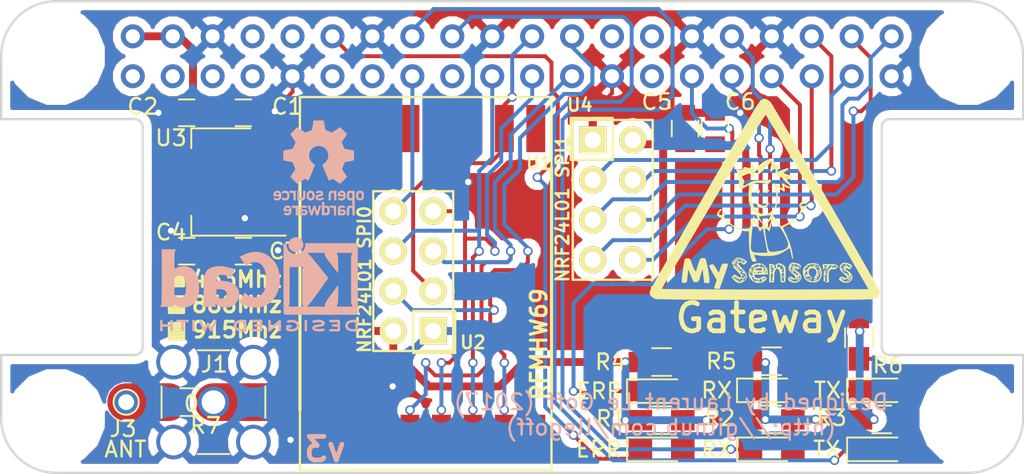
<source format=kicad_pcb>
(kicad_pcb (version 4) (host pcbnew 4.0.7)
  (layers (0 F.Cu signal) (31 B.Cu signal) (34 B.Paste user) (35 F.Paste user) (36 B.SilkS user) (37 F.SilkS user) (38 B.Mask user) (39 F.Mask user) (44 Edge.Cuts user))
  (net 0 "")
  (net 1 /L_ERR)
  (net 2 "Net-(D1-Pad2)")
  (net 3 /L_RX)
  (net 4 "Net-(D2-Pad2)")
  (net 5 /L_TX)
  (net 6 "Net-(D3-Pad2)")
  (net 7 GND)
  (net 8 /ANT)
  (net 9 "Net-(J2-Pad1)")
  (net 10 "Net-(J2-Pad3)")
  (net 11 "Net-(J2-Pad5)")
  (net 12 "Net-(J2-Pad7)")
  (net 13 "Net-(J2-Pad8)")
  (net 14 "Net-(J2-Pad10)")
  (net 15 "Net-(J2-Pad11)")
  (net 16 "Net-(J2-Pad13)")
  (net 17 /IRQ)
  (net 18 +3V3)
  (net 19 /MOSI)
  (net 20 /MISO)
  (net 21 /CE)
  (net 22 /SCLK)
  (net 23 /CS0)
  (net 24 "Net-(J2-Pad26)")
  (net 25 "Net-(J2-Pad27)")
  (net 26 "Net-(J2-Pad28)")
  (net 27 "Net-(U1-Pad1)")
  (net 28 "Net-(U1-Pad3)")
  (net 29 "Net-(U1-Pad4)")
  (net 30 "Net-(U1-Pad5)")
  (net 31 "Net-(U1-Pad6)")
  (net 32 "Net-(U1-Pad7)")
  (net 33 "Net-(U1-Pad16)")
  (net 34 "Net-(J3-Pad1)")
  (net 35 +5V)
  (net 36 "Net-(J2-Pad17)")
  (net 37 /IRQ_1)
  (net 38 /MISO_1)
  (net 39 /CS0_1)
  (net 40 /CE_1)
  (net 41 /MOSI_1)
  (net 42 /SCLK_1)
  (net 43 /L_ERR_1)
  (net 44 "Net-(D4-Pad2)")
  (net 45 /L_RX_1)
  (net 46 "Net-(D5-Pad2)")
  (net 47 /L_TX_1)
  (net 48 "Net-(D6-Pad2)")
  (module Symbols:KiCad-Logo2_6mm_SilkScreen (layer B.Cu) (at 132.4 119.5 180)
    (fp_text reference REF*** hide)
    (fp_text value KiCad-Logo2_6mm_SilkScreen hide)
  )
  (module _LaurentPerso:RaspberryPiZeroHAT (layer F.Cu) (at 148.5011 105.0036)
    (fp_text reference J2 hide)
    (fp_text value CONN_02X20)
    (pad 1 thru_hole circle (at -24.13 1.27) (size 1.524 1.524) (drill 0.9) (layers *.Cu *.Mask) (net 9 "Net-(J2-Pad1)"))
    (pad 2 thru_hole circle (at -24.13 -1.27) (size 1.524 1.524) (drill 0.9) (layers *.Cu *.Mask) (net 35 +5V))
    (pad 3 thru_hole circle (at -21.59 1.27) (size 1.524 1.524) (drill 0.9) (layers *.Cu *.Mask) (net 10 "Net-(J2-Pad3)"))
    (pad 4 thru_hole circle (at -21.59 -1.27) (size 1.524 1.524) (drill 0.9) (layers *.Cu *.Mask) (net 35 +5V))
    (pad 5 thru_hole circle (at -19.05 1.27) (size 1.524 1.524) (drill 0.9) (layers *.Cu *.Mask) (net 11 "Net-(J2-Pad5)"))
    (pad 6 thru_hole circle (at -19.05 -1.27) (size 1.524 1.524) (drill 0.9) (layers *.Cu *.Mask) (net 7 GND))
    (pad 7 thru_hole circle (at -16.51 1.27) (size 1.524 1.524) (drill 0.9) (layers *.Cu *.Mask) (net 12 "Net-(J2-Pad7)"))
    (pad 8 thru_hole circle (at -16.51 -1.27) (size 1.524 1.524) (drill 0.9) (layers *.Cu *.Mask) (net 13 "Net-(J2-Pad8)"))
    (pad 9 thru_hole circle (at -13.97 1.27) (size 1.524 1.524) (drill 0.9) (layers *.Cu *.Mask) (net 7 GND))
    (pad 10 thru_hole circle (at -13.97 -1.27) (size 1.524 1.524) (drill 0.9) (layers *.Cu *.Mask) (net 14 "Net-(J2-Pad10)"))
    (pad 11 thru_hole circle (at -11.43 1.27) (size 1.524 1.524) (drill 0.9) (layers *.Cu *.Mask) (net 15 "Net-(J2-Pad11)"))
    (pad 12 thru_hole circle (at -11.43 -1.27) (size 1.524 1.524) (drill 0.9) (layers *.Cu *.Mask) (net 1 /L_ERR))
    (pad 13 thru_hole circle (at -8.89 1.27) (size 1.524 1.524) (drill 0.9) (layers *.Cu *.Mask) (net 16 "Net-(J2-Pad13)"))
    (pad 14 thru_hole circle (at -8.89 -1.27) (size 1.524 1.524) (drill 0.9) (layers *.Cu *.Mask) (net 7 GND))
    (pad 15 thru_hole circle (at -6.35 1.27) (size 1.524 1.524) (drill 0.9) (layers *.Cu *.Mask) (net 17 /IRQ))
    (pad 16 thru_hole circle (at -6.35 -1.27) (size 1.524 1.524) (drill 0.9) (layers *.Cu *.Mask) (net 3 /L_RX))
    (pad 17 thru_hole circle (at -3.81 1.27) (size 1.524 1.524) (drill 0.9) (layers *.Cu *.Mask) (net 36 "Net-(J2-Pad17)"))
    (pad 18 thru_hole circle (at -3.81 -1.27) (size 1.524 1.524) (drill 0.9) (layers *.Cu *.Mask) (net 5 /L_TX))
    (pad 19 thru_hole circle (at -1.27 1.27) (size 1.524 1.524) (drill 0.9) (layers *.Cu *.Mask) (net 19 /MOSI))
    (pad 20 thru_hole circle (at -1.27 -1.27) (size 1.524 1.524) (drill 0.9) (layers *.Cu *.Mask) (net 7 GND))
    (pad 21 thru_hole circle (at 1.27 1.27) (size 1.524 1.524) (drill 0.9) (layers *.Cu *.Mask) (net 20 /MISO))
    (pad 22 thru_hole circle (at 1.27 -1.27) (size 1.524 1.524) (drill 0.9) (layers *.Cu *.Mask) (net 21 /CE))
    (pad 23 thru_hole circle (at 3.81 1.27) (size 1.524 1.524) (drill 0.9) (layers *.Cu *.Mask) (net 22 /SCLK))
    (pad 24 thru_hole circle (at 3.81 -1.27) (size 1.524 1.524) (drill 0.9) (layers *.Cu *.Mask) (net 23 /CS0))
    (pad 25 thru_hole circle (at 6.35 1.27) (size 1.524 1.524) (drill 0.9) (layers *.Cu *.Mask) (net 7 GND))
    (pad 26 thru_hole circle (at 6.35 -1.27) (size 1.524 1.524) (drill 0.9) (layers *.Cu *.Mask) (net 24 "Net-(J2-Pad26)"))
    (pad 27 thru_hole circle (at 8.89 1.27) (size 1.524 1.524) (drill 0.9) (layers *.Cu *.Mask) (net 25 "Net-(J2-Pad27)"))
    (pad 28 thru_hole circle (at 8.89 -1.27) (size 1.524 1.524) (drill 0.9) (layers *.Cu *.Mask) (net 26 "Net-(J2-Pad28)"))
    (pad 29 thru_hole circle (at 11.43 1.27) (size 1.524 1.524) (drill 0.9) (layers *.Cu *.Mask) (net 43 /L_ERR_1))
    (pad 30 thru_hole circle (at 11.43 -1.27) (size 1.524 1.524) (drill 0.9) (layers *.Cu *.Mask) (net 7 GND))
    (pad 31 thru_hole circle (at 13.97 1.27) (size 1.524 1.524) (drill 0.9) (layers *.Cu *.Mask) (net 45 /L_RX_1))
    (pad 32 thru_hole circle (at 13.97 -1.27) (size 1.524 1.524) (drill 0.9) (layers *.Cu *.Mask) (net 47 /L_TX_1))
    (pad 33 thru_hole circle (at 16.51 1.27) (size 1.524 1.524) (drill 0.9) (layers *.Cu *.Mask) (net 37 /IRQ_1))
    (pad 34 thru_hole circle (at 16.51 -1.27) (size 1.524 1.524) (drill 0.9) (layers *.Cu *.Mask) (net 7 GND))
    (pad 35 thru_hole circle (at 19.05 1.27) (size 1.524 1.524) (drill 0.9) (layers *.Cu *.Mask) (net 38 /MISO_1))
    (pad 36 thru_hole circle (at 19.05 -1.27) (size 1.524 1.524) (drill 0.9) (layers *.Cu *.Mask) (net 39 /CS0_1))
    (pad 37 thru_hole circle (at 21.59 1.27) (size 1.524 1.524) (drill 0.9) (layers *.Cu *.Mask) (net 40 /CE_1))
    (pad 38 thru_hole circle (at 21.59 -1.27) (size 1.524 1.524) (drill 0.9) (layers *.Cu *.Mask) (net 41 /MOSI_1))
    (pad 39 thru_hole circle (at 24.13 1.27) (size 1.524 1.524) (drill 0.9) (layers *.Cu *.Mask) (net 7 GND))
    (pad 40 thru_hole circle (at 24.13 -1.27) (size 1.524 1.524) (drill 0.9) (layers *.Cu *.Mask) (net 42 /SCLK_1))
    (pad "" np_thru_hole circle (at -29 0) (size 2.75 2.75) (drill 2.75) (layers *.Cu *.Mask) (clearance 1.72))
    (pad "" np_thru_hole circle (at 29 0) (size 2.75 2.75) (drill 2.75) (layers *.Cu *.Mask) (clearance 1.72))
    (pad "" np_thru_hole circle (at 29 23) (size 2.75 2.75) (drill 2.75) (layers *.Cu *.Mask) (clearance 1.72))
    (pad "" np_thru_hole circle (at -29 23) (size 2.75 2.75) (drill 2.75) (layers *.Cu *.Mask) (clearance 1.72))
  )
  (module mysensors_radios:NRF24L01 (layer F.Cu) (at 145 124 270)
    (fp_text reference U2 (at -0.8 -1 360) (layer F.SilkS) (effects (font (size 0.8 0.8) (thickness 0.16))))
    (fp_text value "NRF24L01 SPI0" (at -4.8 5.9 270) (layer F.SilkS) (effects (font (size 0.8 0.8) (thickness 0.16))))
    (pad 7 thru_hole oval (at -9.144 1.524 270) (size 1.7272 1.7272) (drill 1.016) (layers *.Cu *.Mask F.SilkS) (net 20 /MISO))
    (pad 8 thru_hole oval (at -9.144 4.064 270) (size 1.7272 1.7272) (drill 1.016) (layers *.Cu *.Mask F.SilkS) (net 17 /IRQ))
    (pad 5 thru_hole oval (at -6.604 1.524 270) (size 1.7272 1.7272) (drill 1.016) (layers *.Cu *.Mask F.SilkS) (net 22 /SCLK))
    (pad 6 thru_hole oval (at -6.604 4.064 270) (size 1.7272 1.7272) (drill 1.016) (layers *.Cu *.Mask F.SilkS) (net 19 /MOSI))
    (pad 3 thru_hole oval (at -4.064 1.524 270) (size 1.7272 1.7272) (drill 1.016) (layers *.Cu *.Mask F.SilkS) (net 21 /CE))
    (pad 4 thru_hole oval (at -4.064 4.064 270) (size 1.7272 1.7272) (drill 1.016) (layers *.Cu *.Mask F.SilkS) (net 23 /CS0))
    (pad 1 thru_hole rect (at -1.524 1.524 270) (size 1.7272 1.7272) (drill 1.016) (layers *.Cu *.Mask F.SilkS) (net 7 GND))
    (pad 2 thru_hole oval (at -1.524 4.064 270) (size 1.7272 1.7272) (drill 1.016) (layers *.Cu *.Mask F.SilkS) (net 18 +3V3))
  )
  (module LEDs:LED_0805_HandSoldering (layer F.Cu) (at 158 130)
    (fp_text reference D1 hide)
    (fp_text value ERR (at -4 0) (layer F.SilkS))
    (pad 1 smd rect (at -1.35 0) (size 1.5 1.3) (layers F.Cu F.Paste F.Mask) (net 1 /L_ERR))
    (pad 2 smd rect (at 1.35 0) (size 1.5 1.3) (layers F.Cu F.Paste F.Mask) (net 2 "Net-(D1-Pad2)"))
  )
  (module LEDs:LED_0805_HandSoldering (layer F.Cu) (at 165 130)
    (fp_text reference D2 hide)
    (fp_text value RX (at -3.5 0) (layer F.SilkS))
    (pad 1 smd rect (at -1.35 0) (size 1.5 1.3) (layers F.Cu F.Paste F.Mask) (net 3 /L_RX))
    (pad 2 smd rect (at 1.35 0) (size 1.5 1.3) (layers F.Cu F.Paste F.Mask) (net 4 "Net-(D2-Pad2)"))
  )
  (module LEDs:LED_0805_HandSoldering (layer F.Cu) (at 172 130)
    (fp_text reference D3 hide)
    (fp_text value TX (at -3.5 0) (layer F.SilkS))
    (pad 1 smd rect (at -1.35 0) (size 1.5 1.3) (layers F.Cu F.Paste F.Mask) (net 5 /L_TX))
    (pad 2 smd rect (at 1.35 0) (size 1.5 1.3) (layers F.Cu F.Paste F.Mask) (net 6 "Net-(D3-Pad2)"))
  )
  (module Connectors:SMA_THT_Jack_Straight (layer F.Cu) (at 129.5 127)
    (fp_text reference J1 (at 0.05 -2.4) (layer F.SilkS))
    (fp_text value ANT (at -5.6 3) (layer F.SilkS))
    (pad 2 thru_hole circle (at -2.54 2.54) (size 2.2 2.2) (drill 1.7) (layers *.Cu *.Mask) (net 7 GND))
    (pad 2 thru_hole circle (at -2.54 -2.54) (size 2.2 2.2) (drill 1.7) (layers *.Cu *.Mask) (net 7 GND))
    (pad 2 thru_hole circle (at 2.54 -2.54) (size 2.2 2.2) (drill 1.7) (layers *.Cu *.Mask) (net 7 GND))
    (pad 2 thru_hole circle (at 2.54 2.54) (size 2.2 2.2) (drill 1.7) (layers *.Cu *.Mask) (net 7 GND))
    (pad 1 thru_hole circle (at 0 0) (size 2 2) (drill 1.5) (layers *.Cu *.Mask) (net 8 /ANT))
  )
  (module Resistors_SMD:R_0805_HandSoldering (layer F.Cu) (at 158 128.15)
    (fp_text reference R1 (at -3.2 -0.1) (layer F.SilkS))
    (fp_text value 470 hide)
    (pad 1 smd rect (at -1.35 0) (size 1.5 1.3) (layers F.Cu F.Paste F.Mask) (net 18 +3V3))
    (pad 2 smd rect (at 1.35 0) (size 1.5 1.3) (layers F.Cu F.Paste F.Mask) (net 2 "Net-(D1-Pad2)"))
  )
  (module Resistors_SMD:R_0805_HandSoldering (layer F.Cu) (at 165 128.1)
    (fp_text reference R2 (at -3.3 -0.1) (layer F.SilkS))
    (fp_text value 470 hide)
    (pad 1 smd rect (at -1.35 0) (size 1.5 1.3) (layers F.Cu F.Paste F.Mask) (net 18 +3V3))
    (pad 2 smd rect (at 1.35 0) (size 1.5 1.3) (layers F.Cu F.Paste F.Mask) (net 4 "Net-(D2-Pad2)"))
  )
  (module Resistors_SMD:R_0805_HandSoldering (layer F.Cu) (at 172 128.1)
    (fp_text reference R3 (at -3.2 -0.1) (layer F.SilkS))
    (fp_text value 470 hide)
    (pad 1 smd rect (at -1.35 0) (size 1.5 1.3) (layers F.Cu F.Paste F.Mask) (net 18 +3V3))
    (pad 2 smd rect (at 1.35 0) (size 1.5 1.3) (layers F.Cu F.Paste F.Mask) (net 6 "Net-(D3-Pad2)"))
  )
  (module Resistors_SMD:R_0805_HandSoldering (layer F.Cu) (at 128 127)
    (fp_text reference R7 (at 1 1.5) (layer F.SilkS))
    (fp_text value 0 (at 0.1 0.1) (layer F.SilkS))
    (pad 1 smd rect (at -1.35 0) (size 1.5 1.3) (layers F.Cu F.Paste F.Mask) (net 34 "Net-(J3-Pad1)"))
    (pad 2 smd rect (at 1.35 0) (size 1.5 1.3) (layers F.Cu F.Paste F.Mask) (net 8 /ANT))
  )
  (module Connectors:PINTST (layer F.Cu) (at 123.95 127)
    (fp_text reference J3 (at -0.2 1.7) (layer F.SilkS))
    (fp_text value CONN_01X01)
    (pad 1 thru_hole circle (at 0 0) (size 1.5 1.5) (drill 1) (layers *.Cu *.Mask) (net 34 "Net-(J3-Pad1)"))
  )
  (module mysensors_obscurities:MySensors-logo-sticker-large (layer F.Cu) (at 164.55 114.1)
    (fp_text reference G*** hide)
    (fp_text value LOGO hide)
  )
  (module Symbols:OSHW-Logo_5.7x6mm_SilkScreen (layer B.Cu) (at 136.2 112.1 180)
    (fp_text reference REF*** hide)
    (fp_text value OSHW-Logo_5.7x6mm_SilkScreen hide)
  )
  (module mysensors_radios:RFM69HW_SMD_Handsoldering (layer F.Cu) (at 150 111 270)
    (fp_text reference U1 (at 0.8 -0.2 360) (layer F.SilkS) (effects (font (size 0.8 0.8) (thickness 0.16))))
    (fp_text value RFM69HW hide)
    (pad 1 smd rect (at -1.4 0 270) (size 3 1.2) (layers F.Cu F.Paste F.Mask) (net 27 "Net-(U1-Pad1)"))
    (pad 2 smd rect (at -1.4 2 270) (size 3 1.2) (layers F.Cu F.Paste F.Mask) (net 21 /CE))
    (pad 3 smd rect (at -1.4 4 270) (size 3 1.2) (layers F.Cu F.Paste F.Mask) (net 28 "Net-(U1-Pad3)"))
    (pad 4 smd rect (at -1.4 6 270) (size 3 1.2) (layers F.Cu F.Paste F.Mask) (net 29 "Net-(U1-Pad4)"))
    (pad 5 smd rect (at -1.4 8 270) (size 3 1.2) (layers F.Cu F.Paste F.Mask) (net 30 "Net-(U1-Pad5)"))
    (pad 6 smd rect (at -1.4 10 270) (size 3 1.2) (layers F.Cu F.Paste F.Mask) (net 31 "Net-(U1-Pad6)"))
    (pad 7 smd rect (at -1.4 12 270) (size 3 1.2) (layers F.Cu F.Paste F.Mask) (net 32 "Net-(U1-Pad7)"))
    (pad 8 smd rect (at -1.4 14 270) (size 3 1.2) (layers F.Cu F.Paste F.Mask) (net 18 +3V3))
    (pad 9 smd rect (at 18.3 14 270) (size 3 1.2) (layers F.Cu F.Paste F.Mask) (net 7 GND))
    (pad 10 smd rect (at 18.3 12 270) (size 3 1.2) (layers F.Cu F.Paste F.Mask) (net 8 /ANT))
    (pad 11 smd rect (at 18.3 10 270) (size 3 1.2) (layers F.Cu F.Paste F.Mask) (net 7 GND))
    (pad 12 smd rect (at 18.3 8 270) (size 3 1.2) (layers F.Cu F.Paste F.Mask) (net 22 /SCLK))
    (pad 13 smd rect (at 18.3 6 270) (size 3 1.2) (layers F.Cu F.Paste F.Mask) (net 20 /MISO))
    (pad 14 smd rect (at 18.3 4 270) (size 3 1.2) (layers F.Cu F.Paste F.Mask) (net 19 /MOSI))
    (pad 15 smd rect (at 18.3 2 270) (size 3 1.2) (layers F.Cu F.Paste F.Mask) (net 23 /CS0))
    (pad 16 smd rect (at 18.3 0 270) (size 3 1.2) (layers F.Cu F.Paste F.Mask) (net 33 "Net-(U1-Pad16)"))
  )
  (module Capacitors_SMD:C_0805 (layer F.Cu) (at 131.4 108.6)
    (fp_text reference C1 (at 2.8 -0.4) (layer F.SilkS))
    (fp_text value 10u)
    (pad 1 smd rect (at -1 0) (size 1 1.25) (layers F.Cu F.Paste F.Mask) (net 35 +5V))
    (pad 2 smd rect (at 1 0) (size 1 1.25) (layers F.Cu F.Paste F.Mask) (net 7 GND))
  )
  (module Capacitors_SMD:C_0805 (layer F.Cu) (at 127.8 108.6 180)
    (fp_text reference C2 (at 2.8 0.4 180) (layer F.SilkS))
    (fp_text value 100n)
    (pad 1 smd rect (at -1 0 180) (size 1 1.25) (layers F.Cu F.Paste F.Mask) (net 35 +5V))
    (pad 2 smd rect (at 1 0 180) (size 1 1.25) (layers F.Cu F.Paste F.Mask) (net 7 GND))
  )
  (module Capacitors_SMD:C_0805 (layer F.Cu) (at 131.4 117.4)
    (fp_text reference C3 (at 2.6 0) (layer F.SilkS))
    (fp_text value 10u)
    (pad 1 smd rect (at -1 0) (size 1 1.25) (layers F.Cu F.Paste F.Mask) (net 18 +3V3))
    (pad 2 smd rect (at 1 0) (size 1 1.25) (layers F.Cu F.Paste F.Mask) (net 7 GND))
  )
  (module Capacitors_SMD:C_0805 (layer F.Cu) (at 127.8 117.4 180)
    (fp_text reference C4 (at 1 1.2 180) (layer F.SilkS))
    (fp_text value 100n)
    (pad 1 smd rect (at -1 0 180) (size 1 1.25) (layers F.Cu F.Paste F.Mask) (net 18 +3V3))
    (pad 2 smd rect (at 1 0 180) (size 1 1.25) (layers F.Cu F.Paste F.Mask) (net 7 GND))
  )
  (module TO_SOT_Packages_SMD:SOT-223 (layer F.Cu) (at 130 113 180)
    (fp_text reference U3 (at 3.2 2.8 180) (layer F.SilkS))
    (fp_text value AP1117)
    (pad 4 smd rect (at 3.15 0 180) (size 2 3.8) (layers F.Cu F.Paste F.Mask) (net 18 +3V3))
    (pad 2 smd rect (at -3.15 0 180) (size 2 1.5) (layers F.Cu F.Paste F.Mask) (net 18 +3V3))
    (pad 3 smd rect (at -3.15 2.3 180) (size 2 1.5) (layers F.Cu F.Paste F.Mask) (net 35 +5V))
    (pad 1 smd rect (at -3.15 -2.3 180) (size 2 1.5) (layers F.Cu F.Paste F.Mask) (net 7 GND))
  )
  (module Capacitors_SMD:C_0805 (layer F.Cu) (at 159.5 109.6 90)
    (fp_text reference C5 (at 1.7 -1.8 180) (layer F.SilkS))
    (fp_text value 10u)
    (pad 1 smd rect (at -1 0 90) (size 1 1.25) (layers F.Cu F.Paste F.Mask) (net 18 +3V3))
    (pad 2 smd rect (at 1 0 90) (size 1 1.25) (layers F.Cu F.Paste F.Mask) (net 7 GND))
  )
  (module Capacitors_SMD:C_0805 (layer F.Cu) (at 161.4 109.6 90)
    (fp_text reference C6 (at 1.7 1.6 180) (layer F.SilkS))
    (fp_text value 100n)
    (pad 1 smd rect (at -1 0 90) (size 1 1.25) (layers F.Cu F.Paste F.Mask) (net 18 +3V3))
    (pad 2 smd rect (at 1 0 90) (size 1 1.25) (layers F.Cu F.Paste F.Mask) (net 7 GND))
  )
  (module mysensors_radios:NRF24L01 (layer F.Cu) (at 152.1 108.8 90)
    (fp_text reference U4 (at 0.7 0.7 180) (layer F.SilkS) (effects (font (size 0.8 0.8) (thickness 0.16))))
    (fp_text value "NRF24L01 SPI1" (at -5.9 -0.4 90) (layer F.SilkS) (effects (font (size 0.8 0.8) (thickness 0.16))))
    (pad 7 thru_hole oval (at -9.144 1.524 90) (size 1.7272 1.7272) (drill 1.016) (layers *.Cu *.Mask F.SilkS) (net 38 /MISO_1))
    (pad 8 thru_hole oval (at -9.144 4.064 90) (size 1.7272 1.7272) (drill 1.016) (layers *.Cu *.Mask F.SilkS) (net 37 /IRQ_1))
    (pad 5 thru_hole oval (at -6.604 1.524 90) (size 1.7272 1.7272) (drill 1.016) (layers *.Cu *.Mask F.SilkS) (net 42 /SCLK_1))
    (pad 6 thru_hole oval (at -6.604 4.064 90) (size 1.7272 1.7272) (drill 1.016) (layers *.Cu *.Mask F.SilkS) (net 41 /MOSI_1))
    (pad 3 thru_hole oval (at -4.064 1.524 90) (size 1.7272 1.7272) (drill 1.016) (layers *.Cu *.Mask F.SilkS) (net 40 /CE_1))
    (pad 4 thru_hole oval (at -4.064 4.064 90) (size 1.7272 1.7272) (drill 1.016) (layers *.Cu *.Mask F.SilkS) (net 39 /CS0_1))
    (pad 1 thru_hole rect (at -1.524 1.524 90) (size 1.7272 1.7272) (drill 1.016) (layers *.Cu *.Mask F.SilkS) (net 7 GND))
    (pad 2 thru_hole oval (at -1.524 4.064 90) (size 1.7272 1.7272) (drill 1.016) (layers *.Cu *.Mask F.SilkS) (net 18 +3V3))
  )
  (module LEDs:LED_0805_HandSoldering (layer F.Cu) (at 158 126.3)
    (fp_text reference D4 hide)
    (fp_text value ERR (at -3.95 0) (layer F.SilkS))
    (pad 1 smd rect (at -1.35 0) (size 1.5 1.3) (layers F.Cu F.Paste F.Mask) (net 43 /L_ERR_1))
    (pad 2 smd rect (at 1.35 0) (size 1.5 1.3) (layers F.Cu F.Paste F.Mask) (net 44 "Net-(D4-Pad2)"))
  )
  (module LEDs:LED_0805_HandSoldering (layer F.Cu) (at 165 126.25)
    (fp_text reference D5 hide)
    (fp_text value RX (at -3.5 0) (layer F.SilkS))
    (pad 1 smd rect (at -1.35 0) (size 1.5 1.3) (layers F.Cu F.Paste F.Mask) (net 45 /L_RX_1))
    (pad 2 smd rect (at 1.35 0) (size 1.5 1.3) (layers F.Cu F.Paste F.Mask) (net 46 "Net-(D5-Pad2)"))
  )
  (module LEDs:LED_0805_HandSoldering (layer F.Cu) (at 172 126.25)
    (fp_text reference D6 hide)
    (fp_text value TX (at -3.45 0) (layer F.SilkS))
    (pad 1 smd rect (at -1.35 0) (size 1.5 1.3) (layers F.Cu F.Paste F.Mask) (net 47 /L_TX_1))
    (pad 2 smd rect (at 1.35 0) (size 1.5 1.3) (layers F.Cu F.Paste F.Mask) (net 48 "Net-(D6-Pad2)"))
  )
  (module Resistors_SMD:R_0805_HandSoldering (layer F.Cu) (at 158 124.45)
    (fp_text reference R4 (at -3.25 0) (layer F.SilkS))
    (fp_text value 470 hide)
    (pad 1 smd rect (at -1.35 0) (size 1.5 1.3) (layers F.Cu F.Paste F.Mask) (net 18 +3V3))
    (pad 2 smd rect (at 1.35 0) (size 1.5 1.3) (layers F.Cu F.Paste F.Mask) (net 44 "Net-(D4-Pad2)"))
  )
  (module Resistors_SMD:R_0805_HandSoldering (layer F.Cu) (at 165 124.4)
    (fp_text reference R5 (at -3.2 0) (layer F.SilkS))
    (fp_text value 470 hide)
    (pad 1 smd rect (at -1.35 0) (size 1.5 1.3) (layers F.Cu F.Paste F.Mask) (net 18 +3V3))
    (pad 2 smd rect (at 1.35 0) (size 1.5 1.3) (layers F.Cu F.Paste F.Mask) (net 46 "Net-(D5-Pad2)"))
  )
  (module Resistors_SMD:R_0805_HandSoldering (layer F.Cu) (at 170.55 122.9 270)
    (fp_text reference R6 (at 1.75 -1.85 360) (layer F.SilkS))
    (fp_text value 470 hide)
    (pad 1 smd rect (at -1.35 0 270) (size 1.5 1.3) (layers F.Cu F.Paste F.Mask) (net 18 +3V3))
    (pad 2 smd rect (at 1.35 0 270) (size 1.5 1.3) (layers F.Cu F.Paste F.Mask) (net 48 "Net-(D6-Pad2)"))
  )
  (gr_line (start 181 124) (end 181 128) (angle 90) (layer Edge.Cuts) (width 0.15))
  (gr_line (start 181 105) (end 181 109) (angle 90) (layer Edge.Cuts) (width 0.15))
  (gr_arc (start 172.5 109.5) (end 172 109.5) (angle 90) (layer Edge.Cuts) (width 0.15))
  (gr_arc (start 172.5 123.5) (end 172.5 124) (angle 90) (layer Edge.Cuts) (width 0.15))
  (gr_line (start 172 109.5) (end 172 123.5) (angle 90) (layer Edge.Cuts) (width 0.15))
  (gr_line (start 181 124) (end 172.5 124) (angle 90) (layer Edge.Cuts) (width 0.15))
  (gr_line (start 181 109) (end 172.5 109) (angle 90) (layer Edge.Cuts) (width 0.15))
  (gr_text v3 (at 136.6 130) (layer B.SilkS) (effects (font (size 1.5 1.5) (thickness 0.3)) (justify mirror)))
  (gr_line (start 126.7 122.8) (end 127.6 122.8) (angle 90) (layer F.SilkS) (width 0.2))
  (gr_line (start 126.7 122.6) (end 127.6 122.6) (angle 90) (layer F.SilkS) (width 0.2))
  (gr_line (start 126.7 122.4) (end 127.6 122.4) (angle 90) (layer F.SilkS) (width 0.2))
  (gr_line (start 126.7 122.2) (end 127.6 122.2) (angle 90) (layer F.SilkS) (width 0.2))
  (gr_line (start 126.8 121.1) (end 127.6 121.1) (angle 90) (layer F.SilkS) (width 0.2))
  (gr_line (start 126.7 120.9) (end 127.6 120.9) (angle 90) (layer F.SilkS) (width 0.2))
  (gr_line (start 126.7 120.7) (end 127.6 120.7) (angle 90) (layer F.SilkS) (width 0.2))
  (gr_line (start 126.7 120.5) (end 127.6 120.5) (angle 90) (layer F.SilkS) (width 0.2))
  (gr_line (start 126.8 119.4) (end 127.6 119.4) (angle 90) (layer F.SilkS) (width 0.2))
  (gr_line (start 126.7 119.2) (end 127.6 119.2) (angle 90) (layer F.SilkS) (width 0.2))
  (gr_line (start 126.7 119) (end 127.6 119) (angle 90) (layer F.SilkS) (width 0.2))
  (gr_line (start 126.7 118.8) (end 127.6 118.8) (angle 90) (layer F.SilkS) (width 0.2))
  (gr_line (start 126.7 119.6) (end 127.6 119.6) (angle 90) (layer F.SilkS) (width 0.2))
  (gr_line (start 126.7 118.6) (end 126.7 119.6) (angle 90) (layer F.SilkS) (width 0.2))
  (gr_line (start 127.6 118.6) (end 126.7 118.6) (angle 90) (layer F.SilkS) (width 0.2))
  (gr_line (start 127.6 119.6) (end 127.6 118.6) (angle 90) (layer F.SilkS) (width 0.2))
  (gr_line (start 126.7 121.3) (end 127.6 121.3) (angle 90) (layer F.SilkS) (width 0.2))
  (gr_line (start 126.7 120.3) (end 126.7 121.3) (angle 90) (layer F.SilkS) (width 0.2))
  (gr_line (start 127.6 120.3) (end 126.7 120.3) (angle 90) (layer F.SilkS) (width 0.2))
  (gr_line (start 127.6 121.3) (end 127.6 120.3) (angle 90) (layer F.SilkS) (width 0.2))
  (gr_line (start 126.7 123) (end 127.6 123) (angle 90) (layer F.SilkS) (width 0.2))
  (gr_line (start 126.7 122) (end 126.7 123) (angle 90) (layer F.SilkS) (width 0.2))
  (gr_line (start 127.6 122) (end 126.7 122) (angle 90) (layer F.SilkS) (width 0.2))
  (gr_line (start 127.6 123) (end 127.6 122) (angle 90) (layer F.SilkS) (width 0.2))
  (gr_text "433Mhz\n868Mhz\n915Mhz" (at 128 120.8) (layer F.SilkS) (effects (font (size 1 1) (thickness 0.2)) (justify left)))
  (gr_text "Designed by Laurent Le Goff (2017)\n(http://github.com/llegoff)" (at 158.6 127.8) (layer B.SilkS) (effects (font (size 1 1)) (justify mirror)))
  (gr_line (start 135 111.5) (end 135 127.5) (angle 90) (layer F.SilkS) (width 0.2))
  (gr_line (start 151 112.1) (end 151 127.4) (angle 90) (layer F.SilkS) (width 0.2))
  (gr_text "RFMHW69\n" (at 150.2 127 90) (layer F.SilkS) (effects (font (size 1 1) (thickness 0.2)) (justify left)))
  (gr_text Gateway (at 164.35 121.65) (layer F.SilkS) (effects (font (size 1.8 1.8) (thickness 0.3))))
  (gr_arc (start 124.5 123.5) (end 125 123.5) (angle 90) (layer Edge.Cuts) (width 0.15))
  (gr_arc (start 124.5 109.5) (end 124.5 109) (angle 90) (layer Edge.Cuts) (width 0.15))
  (gr_line (start 124.5 109) (end 116 109) (angle 90) (layer Edge.Cuts) (width 0.15))
  (gr_line (start 125 123.5) (end 125 109.5) (angle 90) (layer Edge.Cuts) (width 0.15))
  (gr_line (start 116 124) (end 124.5 124) (angle 90) (layer Edge.Cuts) (width 0.15))
  (gr_arc (start 119.5 105) (end 116 105) (angle 90) (layer Edge.Cuts) (width 0.15))
  (gr_arc (start 119.5 128) (end 119.5 131.5) (angle 90) (layer Edge.Cuts) (width 0.15))
  (gr_arc (start 177.5 128) (end 181 128) (angle 90) (layer Edge.Cuts) (width 0.15))
  (gr_arc (start 177.5 105) (end 177.5 101.5) (angle 90) (layer Edge.Cuts) (width 0.15))
  (gr_line (start 177.5 131.5) (end 119.5 131.5) (angle 90) (layer Edge.Cuts) (width 0.15))
  (gr_line (start 119.5 101.5) (end 177.5 101.5) (angle 90) (layer Edge.Cuts) (width 0.15))
  (gr_line (start 116 124) (end 116 128) (angle 90) (layer Edge.Cuts) (width 0.15))
  (gr_line (start 116 105) (end 116 109) (angle 90) (layer Edge.Cuts) (width 0.15))
  (segment (start 150.6 125) (end 150.6 127.3) (width 0.25) (layer B.Cu) (net 1))
  (segment (start 153.9 130.6) (end 156.05 130.6) (width 0.25) (layer F.Cu) (net 1))
  (segment (start 152.4 129.1) (end 153.9 130.6) (width 0.25) (layer F.Cu) (net 1))
  (via (at 152.4 129.1) (size 0.6) (drill 0.4) (layers F.Cu B.Cu) (net 1))
  (segment (start 150.6 127.3) (end 152.4 129.1) (width 0.25) (layer B.Cu) (net 1))
  (segment (start 156.05 130.6) (end 156.65 130) (width 0.25) (layer F.Cu) (net 1))
  (segment (start 151.4 108.2) (end 151.4 111.4) (width 0.25) (layer F.Cu) (net 1))
  (segment (start 150.6 113.2) (end 150.6 113.4) (width 0.25) (layer B.Cu) (net 1))
  (segment (start 150.1 112.7) (end 150.6 113.2) (width 0.25) (layer B.Cu) (net 1))
  (via (at 150.1 112.7) (size 0.6) (drill 0.4) (layers F.Cu B.Cu) (net 1))
  (segment (start 151.4 111.4) (end 150.1 112.7) (width 0.25) (layer F.Cu) (net 1))
  (segment (start 150.6 105) (end 151 105.4) (width 0.25) (layer F.Cu) (net 1))
  (segment (start 151.4 107.6) (end 151.4 108.2) (width 0.25) (layer F.Cu) (net 1))
  (segment (start 151 107.2) (end 151.4 107.6) (width 0.25) (layer F.Cu) (net 1))
  (segment (start 151 105.4) (end 151 107.2) (width 0.25) (layer F.Cu) (net 1))
  (segment (start 150.6 113.4) (end 150.6 125) (width 0.25) (layer B.Cu) (net 1))
  (segment (start 137.0711 103.7711) (end 138.3 105) (width 0.25) (layer F.Cu) (net 1))
  (segment (start 138.3 105) (end 150.6 105) (width 0.25) (layer F.Cu) (net 1))
  (segment (start 137.0711 103.7336) (end 137.0711 103.7711) (width 0.25) (layer F.Cu) (net 1))
  (segment (start 159.35 128.15) (end 159.35 130) (width 0.25) (layer F.Cu) (net 2))
  (segment (start 152.7 108.4) (end 152.350002 108.4) (width 0.25) (layer B.Cu) (net 3))
  (segment (start 162.4 130) (end 163.65 130) (width 0.25) (layer F.Cu) (net 3))
  (via (at 162.4 130) (size 0.6) (drill 0.4) (layers F.Cu B.Cu) (net 3))
  (segment (start 154.9 130) (end 162.4 130) (width 0.25) (layer B.Cu) (net 3))
  (segment (start 151.7 126.8) (end 154.9 130) (width 0.25) (layer B.Cu) (net 3))
  (segment (start 151.7 109.050002) (end 151.7 126.8) (width 0.25) (layer B.Cu) (net 3))
  (segment (start 152.350002 108.4) (end 151.7 109.050002) (width 0.25) (layer B.Cu) (net 3))
  (segment (start 157.8 108.4) (end 158.7 107.5) (width 0.25) (layer B.Cu) (net 3))
  (segment (start 152.7 108.4) (end 157.8 108.4) (width 0.25) (layer B.Cu) (net 3))
  (segment (start 158.7 106.4) (end 158.7 107.5) (width 0.25) (layer B.Cu) (net 3))
  (segment (start 158.7 106.3) (end 158.7 106.4) (width 0.25) (layer B.Cu) (net 3))
  (segment (start 158.7 106.3) (end 158.7 105) (width 0.25) (layer B.Cu) (net 3))
  (segment (start 142.1511 103.3489) (end 143.5 102) (width 0.25) (layer B.Cu) (net 3))
  (segment (start 158.7 102.9) (end 158.7 105) (width 0.25) (layer B.Cu) (net 3))
  (segment (start 157.8 102) (end 158.7 102.9) (width 0.25) (layer B.Cu) (net 3))
  (segment (start 143.5 102) (end 157.8 102) (width 0.25) (layer B.Cu) (net 3))
  (segment (start 142.1511 103.7336) (end 142.1511 103.3489) (width 0.25) (layer B.Cu) (net 3))
  (segment (start 166.35 128.1) (end 166.35 130) (width 0.25) (layer F.Cu) (net 4))
  (segment (start 151.2 124.4) (end 151.2 127) (width 0.25) (layer B.Cu) (net 5))
  (segment (start 169.7 130) (end 170.65 130) (width 0.25) (layer F.Cu) (net 5))
  (segment (start 169 130.7) (end 169.7 130) (width 0.25) (layer F.Cu) (net 5))
  (via (at 169 130.7) (size 0.6) (drill 0.4) (layers F.Cu B.Cu) (net 5))
  (segment (start 154.9 130.7) (end 169 130.7) (width 0.25) (layer B.Cu) (net 5))
  (segment (start 151.2 127) (end 154.9 130.7) (width 0.25) (layer B.Cu) (net 5))
  (segment (start 156.1 105.9) (end 156.1 107.2) (width 0.25) (layer B.Cu) (net 5))
  (segment (start 155.4 107.9) (end 152.5 107.9) (width 0.25) (layer B.Cu) (net 5))
  (segment (start 156.1 107.2) (end 155.4 107.9) (width 0.25) (layer B.Cu) (net 5))
  (segment (start 151.2 110.6) (end 151.2 108.8) (width 0.25) (layer B.Cu) (net 5))
  (segment (start 151.2 111.4) (end 151.2 124.4) (width 0.25) (layer B.Cu) (net 5))
  (segment (start 151.2 110.6) (end 151.2 111.4) (width 0.25) (layer B.Cu) (net 5))
  (segment (start 151.2 108.8) (end 152.1 107.9) (width 0.25) (layer B.Cu) (net 5))
  (segment (start 152.1 107.9) (end 152.5 107.9) (width 0.25) (layer B.Cu) (net 5))
  (segment (start 144.6911 103.7089) (end 145.9 102.5) (width 0.25) (layer B.Cu) (net 5))
  (segment (start 156.1 103) (end 156.1 105.9) (width 0.25) (layer B.Cu) (net 5))
  (segment (start 155.6 102.5) (end 156.1 103) (width 0.25) (layer B.Cu) (net 5))
  (segment (start 145.9 102.5) (end 155.6 102.5) (width 0.25) (layer B.Cu) (net 5))
  (segment (start 144.6911 103.7336) (end 144.6911 103.7089) (width 0.25) (layer B.Cu) (net 5))
  (segment (start 173.35 128.1) (end 173.35 130) (width 0.25) (layer F.Cu) (net 6))
  (segment (start 161.4 108.6) (end 163 108.6) (width 0.25) (layer F.Cu) (net 7))
  (via (at 163 108.6) (size 0.6) (drill 0.4) (layers F.Cu B.Cu) (net 7))
  (segment (start 159.9311 103.7336) (end 159.8664 103.7336) (width 0.25) (layer F.Cu) (net 7))
  (segment (start 159.8664 103.7336) (end 158.7 104.9) (width 0.25) (layer F.Cu) (net 7))
  (segment (start 158.7 104.9) (end 158.7 108.6) (width 0.25) (layer F.Cu) (net 7))
  (segment (start 159.5 108.6) (end 158.7 108.6) (width 0.25) (layer F.Cu) (net 7))
  (segment (start 158.7 108.6) (end 153.624 108.6) (width 0.25) (layer F.Cu) (net 7))
  (segment (start 153.624 108.6) (end 153.7 108.676) (width 0.25) (layer F.Cu) (net 7))
  (segment (start 153.7 108.676) (end 153.7 108.8) (width 0.25) (layer F.Cu) (net 7))
  (segment (start 153.7 108.8) (end 153.624 108.8) (width 0.25) (layer F.Cu) (net 7))
  (segment (start 161.4 108.6) (end 159.5 108.6) (width 0.5) (layer F.Cu) (net 7))
  (segment (start 154.8511 106.2736) (end 154.8511 107.3489) (width 0.25) (layer F.Cu) (net 7))
  (segment (start 154.8511 107.3489) (end 153.624 108.576) (width 0.25) (layer F.Cu) (net 7))
  (segment (start 153.624 108.576) (end 153.624 108.8) (width 0.25) (layer F.Cu) (net 7))
  (segment (start 153.624 108.8) (end 153.624 110.324) (width 0.5) (layer F.Cu) (net 7))
  (segment (start 153.624 110.324) (end 153.624 109.576) (width 0.25) (layer B.Cu) (net 7))
  (segment (start 132.4 117.4) (end 133.552 117.4) (width 0.5) (layer F.Cu) (net 7))
  (via (at 133.604 117.348) (size 0.6) (drill 0.4) (layers F.Cu B.Cu) (net 7))
  (segment (start 133.552 117.4) (end 133.604 117.348) (width 0.25) (layer F.Cu) (net 7))
  (segment (start 143.476 122.476) (end 143.424 122.476) (width 0.25) (layer B.Cu) (net 7))
  (segment (start 143.424 122.476) (end 140.9 125) (width 0.5) (layer B.Cu) (net 7))
  (segment (start 140.95 126.05) (end 140.95 126.95) (width 0.5) (layer F.Cu) (net 7))
  (segment (start 140.9 126) (end 140.95 126.05) (width 0.5) (layer F.Cu) (net 7))
  (via (at 140.9 126) (size 0.6) (drill 0.4) (layers F.Cu B.Cu) (net 7))
  (segment (start 140.9 125) (end 140.9 126) (width 0.5) (layer B.Cu) (net 7))
  (segment (start 126.8 108.6) (end 126 108.6) (width 0.25) (layer F.Cu) (net 7))
  (via (at 126 108.6) (size 0.6) (drill 0.4) (layers F.Cu B.Cu) (net 7))
  (segment (start 132.5 108.5) (end 133.4 108.5) (width 0.25) (layer B.Cu) (net 7))
  (via (at 133.4 108.5) (size 0.6) (drill 0.4) (layers F.Cu B.Cu) (net 7))
  (segment (start 133.4 108.5) (end 133.35 108.45) (width 0.25) (layer F.Cu) (net 7))
  (segment (start 133.35 108.45) (end 133.4 108.5) (width 0.25) (layer F.Cu) (net 7))
  (segment (start 133.4 108.5) (end 133.4 108.4) (width 0.25) (layer F.Cu) (net 7))
  (segment (start 133.15 115.3) (end 131.5 115.3) (width 0.5) (layer F.Cu) (net 7))
  (via (at 131.5 115.3) (size 0.6) (drill 0.4) (layers F.Cu B.Cu) (net 7))
  (segment (start 126.8 117.4) (end 126.8 116.1) (width 0.25) (layer F.Cu) (net 7))
  (via (at 126.8 116.1) (size 0.6) (drill 0.4) (layers F.Cu B.Cu) (net 7))
  (segment (start 136 129.3) (end 134.5 129.3) (width 0.25) (layer F.Cu) (net 7))
  (via (at 134.4 129.4) (size 0.6) (drill 0.4) (layers F.Cu B.Cu) (net 7))
  (segment (start 134.5 129.3) (end 134.4 129.4) (width 0.25) (layer F.Cu) (net 7))
  (segment (start 132.4 108.6) (end 133.2 108.6) (width 0.25) (layer F.Cu) (net 7))
  (segment (start 134.5311 107.2689) (end 134.5311 106.2736) (width 0.25) (layer F.Cu) (net 7))
  (segment (start 133.2 108.6) (end 133.4 108.4) (width 0.25) (layer F.Cu) (net 7))
  (segment (start 133.4 108.4) (end 134.5311 107.2689) (width 0.25) (layer F.Cu) (net 7))
  (segment (start 147.2311 103.7336) (end 147.2311 103.8689) (width 0.25) (layer B.Cu) (net 7))
  (segment (start 147.2311 103.8689) (end 146 105.1) (width 0.25) (layer B.Cu) (net 7))
  (segment (start 146 105.1) (end 146 111.3) (width 0.25) (layer B.Cu) (net 7))
  (segment (start 146 111.3) (end 145.7 111.6) (width 0.25) (layer B.Cu) (net 7))
  (segment (start 145.7 111.6) (end 145.7 113) (width 0.25) (layer B.Cu) (net 7))
  (via (at 145.7 113) (size 0.6) (drill 0.4) (layers F.Cu B.Cu) (net 7))
  (segment (start 136 129.3) (end 136 128.1) (width 0.25) (layer F.Cu) (net 7))
  (segment (start 136 129.3) (end 136 128.4) (width 0.25) (layer F.Cu) (net 7))
  (segment (start 140 129.3) (end 140 127.9) (width 0.25) (layer F.Cu) (net 7))
  (segment (start 140 127.9) (end 140.95 126.95) (width 0.25) (layer F.Cu) (net 7))
  (segment (start 140.95 126.95) (end 141.4 126.5) (width 0.25) (layer F.Cu) (net 7))
  (segment (start 134.45 126.05) (end 138 126.05) (width 2.4) (layer F.Cu) (net 8))
  (segment (start 138 126.05) (end 138 127) (width 2.4) (layer F.Cu) (net 8))
  (segment (start 138 127) (end 138 129.3) (width 0.25) (layer F.Cu) (net 8))
  (segment (start 129.5 127) (end 133 127) (width 2.4) (layer F.Cu) (net 8))
  (segment (start 133 127) (end 133.5 127) (width 2.4) (layer F.Cu) (net 8))
  (segment (start 133.5 127) (end 134.45 126.05) (width 2.4) (layer F.Cu) (net 8))
  (segment (start 138 128) (end 138 129.3) (width 0.25) (layer F.Cu) (net 8))
  (segment (start 142.1511 106.2736) (end 142.1511 113.6409) (width 0.25) (layer B.Cu) (net 17))
  (segment (start 142.1511 113.6409) (end 140.936 114.856) (width 0.25) (layer B.Cu) (net 17))
  (segment (start 143 125.8) (end 143.2 126) (width 0.5) (layer F.Cu) (net 18))
  (segment (start 147.7 126) (end 147.9 125.8) (width 0.5) (layer F.Cu) (net 18))
  (segment (start 143.2 126) (end 147.7 126) (width 0.5) (layer F.Cu) (net 18))
  (segment (start 163.65 124.4) (end 164.5 124.4) (width 0.25) (layer F.Cu) (net 18))
  (segment (start 164.6 124.5) (end 164.6 128.1) (width 0.5) (layer B.Cu) (net 18))
  (via (at 164.6 124.5) (size 0.6) (drill 0.4) (layers F.Cu B.Cu) (net 18))
  (segment (start 164.5 124.4) (end 164.6 124.5) (width 0.25) (layer F.Cu) (net 18))
  (segment (start 126.85 113) (end 133.15 113) (width 0.5) (layer F.Cu) (net 18))
  (segment (start 158.1 110.6) (end 158.1 121.7) (width 0.5) (layer F.Cu) (net 18))
  (segment (start 158.1 121.7) (end 156.65 123.15) (width 0.5) (layer F.Cu) (net 18))
  (segment (start 156.65 123.15) (end 156.65 124.45) (width 0.5) (layer F.Cu) (net 18))
  (segment (start 170.65 128.1) (end 171.5 128.1) (width 0.25) (layer F.Cu) (net 18))
  (segment (start 170.55 122.45) (end 170.55 121.55) (width 0.25) (layer F.Cu) (net 18))
  (segment (start 170.6 122.5) (end 170.55 122.45) (width 0.25) (layer F.Cu) (net 18))
  (via (at 170.6 122.5) (size 0.6) (drill 0.4) (layers F.Cu B.Cu) (net 18))
  (segment (start 170.6 127.2) (end 170.6 122.5) (width 0.5) (layer B.Cu) (net 18))
  (segment (start 171.5 128.1) (end 170.6 127.2) (width 0.5) (layer B.Cu) (net 18))
  (via (at 171.5 128.1) (size 0.6) (drill 0.4) (layers F.Cu B.Cu) (net 18))
  (segment (start 147.9 125.8) (end 149.25 124.45) (width 0.5) (layer F.Cu) (net 18))
  (segment (start 149.25 124.45) (end 155.7 124.45) (width 0.5) (layer F.Cu) (net 18))
  (segment (start 140.936 122.476) (end 140.936 123.736) (width 0.5) (layer F.Cu) (net 18))
  (segment (start 140.936 123.736) (end 143 125.8) (width 0.5) (layer F.Cu) (net 18))
  (segment (start 163.65 128.1) (end 164.6 128.1) (width 0.25) (layer F.Cu) (net 18))
  (segment (start 167.8 128.1) (end 170.65 128.1) (width 0.5) (layer F.Cu) (net 18))
  (via (at 167.8 128.1) (size 0.6) (drill 0.4) (layers F.Cu B.Cu) (net 18))
  (segment (start 164.6 128.1) (end 167.8 128.1) (width 0.5) (layer B.Cu) (net 18))
  (via (at 164.6 128.1) (size 0.6) (drill 0.4) (layers F.Cu B.Cu) (net 18))
  (segment (start 155.7 128.15) (end 160.85 128.15) (width 0.5) (layer B.Cu) (net 18))
  (segment (start 160.9 128.1) (end 163.65 128.1) (width 0.5) (layer F.Cu) (net 18))
  (segment (start 160.85 128.15) (end 160.9 128.1) (width 0.25) (layer F.Cu) (net 18))
  (via (at 160.85 128.15) (size 0.6) (drill 0.4) (layers F.Cu B.Cu) (net 18))
  (segment (start 156.65 124.45) (end 155.7 124.45) (width 0.25) (layer F.Cu) (net 18))
  (segment (start 155.7 128.15) (end 156.65 128.15) (width 0.5) (layer F.Cu) (net 18))
  (via (at 155.7 128.15) (size 0.6) (drill 0.4) (layers F.Cu B.Cu) (net 18))
  (segment (start 155.7 124.45) (end 155.7 128.15) (width 0.5) (layer B.Cu) (net 18))
  (via (at 155.7 124.45) (size 0.6) (drill 0.4) (layers F.Cu B.Cu) (net 18))
  (segment (start 159.5 110.6) (end 158.1 110.6) (width 0.5) (layer F.Cu) (net 18))
  (segment (start 158.1 110.6) (end 156.44 110.6) (width 0.5) (layer F.Cu) (net 18))
  (segment (start 156.44 110.6) (end 156.164 110.324) (width 0.25) (layer F.Cu) (net 18))
  (segment (start 161.4 110.6) (end 159.5 110.6) (width 0.5) (layer F.Cu) (net 18))
  (segment (start 130.4 117.4) (end 130.4 114) (width 0.5) (layer F.Cu) (net 18))
  (segment (start 130.4 114) (end 131.4 113) (width 0.5) (layer F.Cu) (net 18))
  (segment (start 131.4 113) (end 133.15 113) (width 0.5) (layer F.Cu) (net 18))
  (segment (start 128.8 117.4) (end 130.4 117.4) (width 0.5) (layer F.Cu) (net 18))
  (segment (start 133.15 113) (end 134.5 113) (width 0.5) (layer F.Cu) (net 18))
  (segment (start 134.5 113) (end 136 111.5) (width 0.5) (layer F.Cu) (net 18))
  (segment (start 136 109.6) (end 136 111.5) (width 0.5) (layer F.Cu) (net 18))
  (segment (start 136 111.5) (end 137.6 113.1) (width 0.5) (layer F.Cu) (net 18))
  (segment (start 139.676 122.476) (end 140.936 122.476) (width 0.5) (layer F.Cu) (net 18))
  (segment (start 139.1 121.9) (end 139.676 122.476) (width 0.5) (layer F.Cu) (net 18))
  (segment (start 139.1 114.6) (end 139.1 121.9) (width 0.5) (layer F.Cu) (net 18))
  (segment (start 137.6 113.1) (end 139.1 114.6) (width 0.5) (layer F.Cu) (net 18))
  (segment (start 146 124.5) (end 146 127.5) (width 0.25) (layer B.Cu) (net 19))
  (segment (start 146 127.5) (end 146 129.3) (width 0.25) (layer F.Cu) (net 19))
  (via (at 146 127.5) (size 0.6) (drill 0.4) (layers F.Cu B.Cu) (net 19))
  (segment (start 147.2311 106.2736) (end 147.2311 111.4689) (width 0.25) (layer B.Cu) (net 19))
  (segment (start 146.4 112.3) (end 146.4 114) (width 0.25) (layer B.Cu) (net 19))
  (segment (start 147.2311 111.4689) (end 146.4 112.3) (width 0.25) (layer B.Cu) (net 19))
  (segment (start 140.936 117.396) (end 141.004 117.396) (width 0.25) (layer B.Cu) (net 19))
  (segment (start 141.004 117.396) (end 142.3 116.1) (width 0.25) (layer B.Cu) (net 19))
  (segment (start 142.3 116.1) (end 146.4 116.1) (width 0.25) (layer B.Cu) (net 19))
  (segment (start 146.4 117.4) (end 146.4 116.1) (width 0.25) (layer B.Cu) (net 19))
  (segment (start 146.4 116.1) (end 146.4 114) (width 0.25) (layer B.Cu) (net 19))
  (segment (start 146 119.6) (end 146 117.8) (width 0.25) (layer F.Cu) (net 19))
  (segment (start 146 117.8) (end 146.4 117.4) (width 0.25) (layer F.Cu) (net 19))
  (segment (start 146 124.5) (end 146 124.75) (width 0.25) (layer F.Cu) (net 19))
  (via (at 146 124.5) (size 0.6) (drill 0.4) (layers F.Cu B.Cu) (net 19))
  (segment (start 146 119.6) (end 146 124.75) (width 0.25) (layer F.Cu) (net 19))
  (via (at 146.4 117.4) (size 0.6) (drill 0.4) (layers F.Cu B.Cu) (net 19))
  (segment (start 144 124.5) (end 144 127.5) (width 0.25) (layer B.Cu) (net 20))
  (via (at 144 127.5) (size 0.6) (drill 0.4) (layers F.Cu B.Cu) (net 20))
  (segment (start 144 127.5) (end 144 129.3) (width 0.25) (layer F.Cu) (net 20))
  (segment (start 149.7711 106.2736) (end 149.7711 107.6289) (width 0.25) (layer B.Cu) (net 20))
  (segment (start 146.9 112.6) (end 146.9 114) (width 0.25) (layer B.Cu) (net 20))
  (segment (start 147.8 111.7) (end 146.9 112.6) (width 0.25) (layer B.Cu) (net 20))
  (segment (start 147.8 109.6) (end 147.8 111.7) (width 0.25) (layer B.Cu) (net 20))
  (segment (start 149.7711 107.6289) (end 147.8 109.6) (width 0.25) (layer B.Cu) (net 20))
  (segment (start 144.8 114.856) (end 144.956 114.856) (width 0.25) (layer F.Cu) (net 20))
  (segment (start 144.956 114.856) (end 145.5 115.4) (width 0.25) (layer F.Cu) (net 20))
  (segment (start 147.4 117.4) (end 147.4 117.2) (width 0.25) (layer F.Cu) (net 20))
  (via (at 147.4 117.4) (size 0.6) (drill 0.4) (layers F.Cu B.Cu) (net 20))
  (segment (start 147.4 116.849998) (end 146.9 116.349998) (width 0.25) (layer B.Cu) (net 20))
  (segment (start 146.9 116.349998) (end 146.9 114) (width 0.25) (layer B.Cu) (net 20))
  (segment (start 147.4 117.4) (end 147.4 116.849998) (width 0.25) (layer B.Cu) (net 20))
  (segment (start 147.4 117.2) (end 146.8 116.6) (width 0.25) (layer F.Cu) (net 20))
  (segment (start 146.8 116.6) (end 145.5 116.6) (width 0.25) (layer F.Cu) (net 20))
  (segment (start 144.7 114.856) (end 144.8 114.856) (width 0.25) (layer F.Cu) (net 20))
  (segment (start 145.5 119.4) (end 145.5 116.6) (width 0.25) (layer F.Cu) (net 20))
  (segment (start 145.5 123.5) (end 145.5 119.4) (width 0.25) (layer F.Cu) (net 20))
  (via (at 144 124.5) (size 0.6) (drill 0.4) (layers F.Cu B.Cu) (net 20))
  (segment (start 144.5 124.5) (end 145.5 123.5) (width 0.25) (layer F.Cu) (net 20))
  (segment (start 144 124.5) (end 144.5 124.5) (width 0.25) (layer F.Cu) (net 20))
  (segment (start 145.5 116.6) (end 145.5 115.4) (width 0.25) (layer F.Cu) (net 20))
  (segment (start 144.7 114.856) (end 143.476 114.856) (width 0.25) (layer F.Cu) (net 20))
  (segment (start 142.2 114.1) (end 142.2 113.6) (width 0.25) (layer F.Cu) (net 21))
  (segment (start 144 111.8) (end 144.8 111.8) (width 0.25) (layer F.Cu) (net 21))
  (segment (start 142.2 113.6) (end 144 111.8) (width 0.25) (layer F.Cu) (net 21))
  (segment (start 148 109.6) (end 148 110.9) (width 0.25) (layer F.Cu) (net 21))
  (segment (start 148 110.9) (end 147.1 111.8) (width 0.25) (layer F.Cu) (net 21))
  (segment (start 147.1 111.8) (end 144.8 111.8) (width 0.25) (layer F.Cu) (net 21))
  (segment (start 143.476 119.936) (end 143.476 119.926) (width 0.25) (layer F.Cu) (net 21))
  (segment (start 143.476 119.926) (end 142.2 118.65) (width 0.25) (layer F.Cu) (net 21))
  (segment (start 142.2 118.65) (end 142.2 114.1) (width 0.25) (layer F.Cu) (net 21))
  (segment (start 149.7711 103.7336) (end 149.7164 103.7336) (width 0.25) (layer B.Cu) (net 21))
  (segment (start 149.7164 103.7336) (end 148.5 104.95) (width 0.25) (layer B.Cu) (net 21))
  (segment (start 148.5 104.95) (end 148.5 107.6) (width 0.25) (layer B.Cu) (net 21))
  (via (at 148.5 107.6) (size 0.6) (drill 0.4) (layers F.Cu B.Cu) (net 21))
  (segment (start 148.5 107.6) (end 148 108.1) (width 0.25) (layer F.Cu) (net 21))
  (segment (start 148 108.1) (end 148 109.6) (width 0.25) (layer F.Cu) (net 21))
  (segment (start 143 126.3) (end 143 126.5) (width 0.25) (layer B.Cu) (net 22))
  (segment (start 142 127.5) (end 142 129.3) (width 0.25) (layer F.Cu) (net 22))
  (via (at 142 127.5) (size 0.6) (drill 0.4) (layers F.Cu B.Cu) (net 22))
  (segment (start 143 126.5) (end 142 127.5) (width 0.25) (layer B.Cu) (net 22))
  (segment (start 152.3111 106.2736) (end 152.1264 106.2736) (width 0.25) (layer B.Cu) (net 22))
  (segment (start 152.1264 106.2736) (end 148.4 110) (width 0.25) (layer B.Cu) (net 22))
  (segment (start 147.4 113) (end 147.4 114.7) (width 0.25) (layer B.Cu) (net 22))
  (segment (start 148.4 112) (end 147.4 113) (width 0.25) (layer B.Cu) (net 22))
  (segment (start 148.4 110) (end 148.4 112) (width 0.25) (layer B.Cu) (net 22))
  (segment (start 148.4 117.4) (end 148.4 117.9) (width 0.25) (layer B.Cu) (net 22))
  (segment (start 144.18 118.1) (end 143.476 117.396) (width 0.25) (layer B.Cu) (net 22))
  (segment (start 148.2 118.1) (end 144.18 118.1) (width 0.25) (layer B.Cu) (net 22))
  (segment (start 148.4 117.9) (end 148.2 118.1) (width 0.25) (layer B.Cu) (net 22))
  (segment (start 148.4 117.4) (end 148.4 117) (width 0.25) (layer B.Cu) (net 22))
  (segment (start 147.4 116) (end 147.4 114.7) (width 0.25) (layer B.Cu) (net 22))
  (segment (start 148.4 117) (end 147.4 116) (width 0.25) (layer B.Cu) (net 22))
  (segment (start 146.55 120.8) (end 146.55 118.35) (width 0.25) (layer F.Cu) (net 22))
  (segment (start 148.4 117.9) (end 148.4 117.4) (width 0.25) (layer F.Cu) (net 22))
  (segment (start 148.2 118.1) (end 148.4 117.9) (width 0.25) (layer F.Cu) (net 22))
  (segment (start 146.8 118.1) (end 148.2 118.1) (width 0.25) (layer F.Cu) (net 22))
  (segment (start 146.55 118.35) (end 146.8 118.1) (width 0.25) (layer F.Cu) (net 22))
  (segment (start 143 126.3) (end 143 125.6) (width 0.25) (layer B.Cu) (net 22))
  (segment (start 143 124.5) (end 143 125.6) (width 0.25) (layer B.Cu) (net 22))
  (segment (start 146.9 124.2) (end 146.9 124.7) (width 0.25) (layer F.Cu) (net 22))
  (segment (start 146.9 124.7) (end 146.3 125.3) (width 0.25) (layer F.Cu) (net 22))
  (segment (start 143 124.5) (end 143 124.7) (width 0.25) (layer F.Cu) (net 22))
  (via (at 143 124.5) (size 0.6) (drill 0.4) (layers F.Cu B.Cu) (net 22))
  (segment (start 146.55 123) (end 146.55 120.8) (width 0.25) (layer F.Cu) (net 22))
  (via (at 148.4 117.4) (size 0.6) (drill 0.4) (layers F.Cu B.Cu) (net 22))
  (segment (start 146.55 123.55) (end 146.9 123.9) (width 0.25) (layer F.Cu) (net 22))
  (segment (start 146.9 123.9) (end 146.9 124.2) (width 0.25) (layer F.Cu) (net 22))
  (segment (start 146.55 123) (end 146.55 123.55) (width 0.25) (layer F.Cu) (net 22))
  (segment (start 143 124.7) (end 143.6 125.3) (width 0.25) (layer F.Cu) (net 22))
  (segment (start 143.6 125.3) (end 146.3 125.3) (width 0.25) (layer F.Cu) (net 22))
  (segment (start 146.3 125.3) (end 146.9 124.7) (width 0.25) (layer F.Cu) (net 22))
  (segment (start 152.2 107.4) (end 152.9 107.4) (width 0.25) (layer B.Cu) (net 23))
  (segment (start 152.9 107.4) (end 153.6 106.7) (width 0.25) (layer B.Cu) (net 23))
  (segment (start 153.6 106.7) (end 153.6 105.7) (width 0.25) (layer B.Cu) (net 23))
  (segment (start 151.2 108) (end 151.8 107.4) (width 0.25) (layer B.Cu) (net 23))
  (segment (start 151.8 107.4) (end 152.2 107.4) (width 0.25) (layer B.Cu) (net 23))
  (segment (start 153.6 106) (end 153.6 105.7) (width 0.25) (layer B.Cu) (net 23))
  (segment (start 153.6 106.3) (end 153.6 106) (width 0.25) (layer B.Cu) (net 23))
  (segment (start 153.6 106.3) (end 153.6 106.7) (width 0.25) (layer B.Cu) (net 23))
  (segment (start 153.6 105.7) (end 152.3111 104.4111) (width 0.25) (layer B.Cu) (net 23))
  (segment (start 152.3111 104.4111) (end 152.3111 103.7336) (width 0.25) (layer B.Cu) (net 23))
  (segment (start 149 111.6) (end 149 110.2) (width 0.25) (layer B.Cu) (net 23))
  (segment (start 149 110.2) (end 151.2 108) (width 0.25) (layer B.Cu) (net 23))
  (segment (start 148 113.2) (end 148 114.8) (width 0.25) (layer B.Cu) (net 23))
  (segment (start 149 112.2) (end 148 113.2) (width 0.25) (layer B.Cu) (net 23))
  (segment (start 149 111.6) (end 149 112.2) (width 0.25) (layer B.Cu) (net 23))
  (segment (start 148 124.5) (end 148 127.5) (width 0.25) (layer B.Cu) (net 23))
  (segment (start 148 127.5) (end 148 129.3) (width 0.25) (layer F.Cu) (net 23))
  (via (at 148 127.5) (size 0.6) (drill 0.4) (layers F.Cu B.Cu) (net 23))
  (segment (start 149.5 117.4) (end 149.5 117.2) (width 0.25) (layer B.Cu) (net 23))
  (via (at 149.5 117.4) (size 0.6) (drill 0.4) (layers F.Cu B.Cu) (net 23))
  (segment (start 147.35 121.05) (end 147.1 120.8) (width 0.25) (layer F.Cu) (net 23))
  (segment (start 147.1 120.8) (end 147.1 118.9) (width 0.25) (layer F.Cu) (net 23))
  (segment (start 147.1 118.9) (end 147.4 118.6) (width 0.25) (layer F.Cu) (net 23))
  (segment (start 147.4 118.6) (end 149 118.6) (width 0.25) (layer F.Cu) (net 23))
  (segment (start 149 118.6) (end 149.5 118.1) (width 0.25) (layer F.Cu) (net 23))
  (segment (start 149.5 118.1) (end 149.5 117.4) (width 0.25) (layer F.Cu) (net 23))
  (segment (start 147.35 121.15) (end 147.35 121.05) (width 0.25) (layer F.Cu) (net 23))
  (segment (start 149.5 117.2) (end 148 115.7) (width 0.25) (layer B.Cu) (net 23))
  (segment (start 148 115.7) (end 148 114.8) (width 0.25) (layer B.Cu) (net 23))
  (segment (start 148 124.5) (end 148 124) (width 0.25) (layer F.Cu) (net 23))
  (segment (start 148 124) (end 147.1 123.1) (width 0.25) (layer F.Cu) (net 23))
  (segment (start 148 128) (end 148 129.3) (width 0.25) (layer F.Cu) (net 23))
  (via (at 148 124.5) (size 0.6) (drill 0.4) (layers F.Cu B.Cu) (net 23))
  (segment (start 140.936 119.936) (end 142.15 121.15) (width 0.25) (layer B.Cu) (net 23))
  (segment (start 147.1 121.4) (end 147.1 123.1) (width 0.25) (layer F.Cu) (net 23))
  (segment (start 147.35 121.15) (end 147.1 121.4) (width 0.25) (layer F.Cu) (net 23))
  (via (at 147.35 121.15) (size 0.6) (drill 0.4) (layers F.Cu B.Cu) (net 23))
  (segment (start 144.5 121.15) (end 147.35 121.15) (width 0.25) (layer B.Cu) (net 23))
  (segment (start 142.15 121.15) (end 144.5 121.15) (width 0.25) (layer B.Cu) (net 23))
  (segment (start 126.65 127) (end 123.95 127) (width 2.4) (layer F.Cu) (net 34))
  (segment (start 126.9111 103.7336) (end 127.3336 103.7336) (width 0.25) (layer F.Cu) (net 35))
  (segment (start 127.3336 103.7336) (end 128.2 104.6) (width 0.5) (layer F.Cu) (net 35))
  (segment (start 128.2 104.6) (end 128.2 108) (width 0.5) (layer F.Cu) (net 35))
  (segment (start 128.2 108) (end 128.8 108.6) (width 0.5) (layer F.Cu) (net 35))
  (segment (start 124.3711 103.7336) (end 126.9111 103.7336) (width 0.5) (layer F.Cu) (net 35))
  (segment (start 130.4 108.6) (end 130.4 110) (width 0.5) (layer F.Cu) (net 35))
  (segment (start 130.4 110) (end 131.1 110.7) (width 0.5) (layer F.Cu) (net 35))
  (segment (start 131.1 110.7) (end 133.15 110.7) (width 0.5) (layer F.Cu) (net 35))
  (segment (start 128.8 108.6) (end 130.4 108.6) (width 0.5) (layer F.Cu) (net 35))
  (segment (start 165.0111 106.2736) (end 165.0111 106.3111) (width 0.25) (layer F.Cu) (net 37))
  (segment (start 165.0111 106.3111) (end 166.8 108.1) (width 0.25) (layer F.Cu) (net 37))
  (segment (start 166.8 115.2) (end 164.2 115.2) (width 0.25) (layer B.Cu) (net 37))
  (via (at 166.8 115.2) (size 0.6) (drill 0.4) (layers F.Cu B.Cu) (net 37))
  (segment (start 166.8 108.1) (end 166.8 115.2) (width 0.25) (layer F.Cu) (net 37))
  (segment (start 156.164 117.944) (end 157.456 117.944) (width 0.25) (layer B.Cu) (net 37))
  (segment (start 160.2 115.2) (end 164.2 115.2) (width 0.25) (layer B.Cu) (net 37))
  (segment (start 157.456 117.944) (end 160.2 115.2) (width 0.25) (layer B.Cu) (net 37))
  (segment (start 153.624 117.944) (end 153.656 117.944) (width 0.25) (layer B.Cu) (net 38))
  (segment (start 153.656 117.944) (end 154.9 116.7) (width 0.25) (layer B.Cu) (net 38))
  (segment (start 154.9 116.7) (end 157.3 116.7) (width 0.25) (layer B.Cu) (net 38))
  (segment (start 157.3 116.7) (end 159.5 114.5) (width 0.25) (layer B.Cu) (net 38))
  (segment (start 159.5 114.5) (end 167.5 114.5) (width 0.25) (layer B.Cu) (net 38))
  (via (at 167.5 114.5) (size 0.6) (drill 0.4) (layers F.Cu B.Cu) (net 38))
  (segment (start 167.5 114.5) (end 167.5511 114.4489) (width 0.25) (layer F.Cu) (net 38))
  (segment (start 167.5511 114.4489) (end 167.5511 106.2736) (width 0.25) (layer F.Cu) (net 38))
  (segment (start 167.5511 103.7336) (end 167.5511 103.7511) (width 0.25) (layer F.Cu) (net 39))
  (segment (start 167.5511 103.7511) (end 168.8 105) (width 0.25) (layer F.Cu) (net 39))
  (segment (start 168.8 105) (end 168.8 112.3) (width 0.25) (layer F.Cu) (net 39))
  (via (at 168.8 112.3) (size 0.6) (drill 0.4) (layers F.Cu B.Cu) (net 39))
  (segment (start 168.8 112.3) (end 165.9 112.3) (width 0.25) (layer B.Cu) (net 39))
  (segment (start 165.9 112.3) (end 161.9 112.3) (width 0.25) (layer B.Cu) (net 39))
  (segment (start 161.9 112.3) (end 157.5 112.3) (width 0.25) (layer B.Cu) (net 39))
  (segment (start 157.5 112.3) (end 156.936 112.864) (width 0.25) (layer B.Cu) (net 39))
  (segment (start 156.936 112.864) (end 156.164 112.864) (width 0.25) (layer B.Cu) (net 39))
  (segment (start 170.0911 106.2736) (end 170.0264 106.2736) (width 0.25) (layer B.Cu) (net 40))
  (segment (start 170.0264 106.2736) (end 168.8 107.5) (width 0.25) (layer B.Cu) (net 40))
  (segment (start 168.8 110.6) (end 167.8 111.6) (width 0.25) (layer B.Cu) (net 40))
  (segment (start 168.8 107.5) (end 168.8 110.6) (width 0.25) (layer B.Cu) (net 40))
  (segment (start 153.624 112.864) (end 153.636 112.864) (width 0.25) (layer B.Cu) (net 40))
  (segment (start 153.636 112.864) (end 154.9 111.6) (width 0.25) (layer B.Cu) (net 40))
  (segment (start 154.9 111.6) (end 167.8 111.6) (width 0.25) (layer B.Cu) (net 40))
  (segment (start 168.7 113.8) (end 169.1 113.8) (width 0.25) (layer B.Cu) (net 41))
  (segment (start 170.7 108.5) (end 171.3 107.9) (width 0.25) (layer F.Cu) (net 41))
  (segment (start 170.2 108.5) (end 170.7 108.5) (width 0.25) (layer F.Cu) (net 41))
  (via (at 170.2 108.5) (size 0.6) (drill 0.4) (layers F.Cu B.Cu) (net 41))
  (segment (start 170.2 112.7) (end 170.2 108.5) (width 0.25) (layer B.Cu) (net 41))
  (segment (start 169.1 113.8) (end 170.2 112.7) (width 0.25) (layer B.Cu) (net 41))
  (segment (start 170.0911 103.7336) (end 170.0911 103.8911) (width 0.25) (layer F.Cu) (net 41))
  (segment (start 170.0911 103.8911) (end 171.3 105.1) (width 0.25) (layer F.Cu) (net 41))
  (segment (start 171.3 105.1) (end 171.3 107.9) (width 0.25) (layer F.Cu) (net 41))
  (segment (start 168.7 113.8) (end 159.1 113.8) (width 0.25) (layer B.Cu) (net 41))
  (segment (start 159.1 113.8) (end 157.496 115.404) (width 0.25) (layer B.Cu) (net 41))
  (segment (start 157.496 115.404) (end 156.164 115.404) (width 0.25) (layer B.Cu) (net 41))
  (segment (start 171.3 106.5) (end 171.3 106.9) (width 0.25) (layer B.Cu) (net 42))
  (segment (start 169.5 108.1) (end 169.5 112.7) (width 0.25) (layer B.Cu) (net 42))
  (segment (start 169.9 107.7) (end 169.5 108.1) (width 0.25) (layer B.Cu) (net 42))
  (segment (start 170.5 107.7) (end 169.9 107.7) (width 0.25) (layer B.Cu) (net 42))
  (segment (start 171.3 106.9) (end 170.5 107.7) (width 0.25) (layer B.Cu) (net 42))
  (segment (start 172.6311 103.7336) (end 172.6311 103.7689) (width 0.25) (layer B.Cu) (net 42))
  (segment (start 172.6311 103.7689) (end 171.3 105.1) (width 0.25) (layer B.Cu) (net 42))
  (segment (start 171.3 105.1) (end 171.3 106.5) (width 0.25) (layer B.Cu) (net 42))
  (segment (start 168.9 113) (end 169.2 113) (width 0.25) (layer B.Cu) (net 42))
  (segment (start 169.2 113) (end 169.5 112.7) (width 0.25) (layer B.Cu) (net 42))
  (segment (start 153.624 115.376) (end 154.9 114.1) (width 0.25) (layer B.Cu) (net 42))
  (segment (start 158.3 113) (end 168.9 113) (width 0.25) (layer B.Cu) (net 42))
  (segment (start 157.2 114.1) (end 158.3 113) (width 0.25) (layer B.Cu) (net 42))
  (segment (start 154.9 114.1) (end 157.2 114.1) (width 0.25) (layer B.Cu) (net 42))
  (segment (start 153.624 115.404) (end 153.624 115.376) (width 0.25) (layer B.Cu) (net 42))
  (segment (start 161.9 109.6) (end 162.3 109.6) (width 0.25) (layer B.Cu) (net 43))
  (segment (start 162.3 116) (end 161.8 116) (width 0.25) (layer B.Cu) (net 43))
  (via (at 162.3 116) (size 0.6) (drill 0.4) (layers F.Cu B.Cu) (net 43))
  (segment (start 162.5 115.8) (end 162.3 116) (width 0.25) (layer F.Cu) (net 43))
  (segment (start 162.5 109.8) (end 162.5 115.8) (width 0.25) (layer F.Cu) (net 43))
  (segment (start 162.3 109.6) (end 162.5 109.8) (width 0.25) (layer F.Cu) (net 43))
  (via (at 162.3 109.6) (size 0.6) (drill 0.4) (layers F.Cu B.Cu) (net 43))
  (segment (start 159.9311 106.2736) (end 159.9311 108.6311) (width 0.25) (layer B.Cu) (net 43))
  (segment (start 152.4 126.3) (end 156.65 126.3) (width 0.25) (layer F.Cu) (net 43))
  (via (at 152.4 126.3) (size 0.6) (drill 0.4) (layers F.Cu B.Cu) (net 43))
  (segment (start 152.4 120.7) (end 152.4 126.3) (width 0.25) (layer B.Cu) (net 43))
  (segment (start 153.6 119.5) (end 152.4 120.7) (width 0.25) (layer B.Cu) (net 43))
  (segment (start 154.5 119.5) (end 153.6 119.5) (width 0.25) (layer B.Cu) (net 43))
  (segment (start 157.4 119.5) (end 154.5 119.5) (width 0.25) (layer B.Cu) (net 43))
  (segment (start 160.9 116) (end 157.4 119.5) (width 0.25) (layer B.Cu) (net 43))
  (segment (start 161.8 116) (end 160.9 116) (width 0.25) (layer B.Cu) (net 43))
  (segment (start 160.9 109.6) (end 161.9 109.6) (width 0.25) (layer B.Cu) (net 43))
  (segment (start 159.9311 108.6311) (end 160.9 109.6) (width 0.25) (layer B.Cu) (net 43))
  (segment (start 159.35 124.45) (end 159.35 126.3) (width 0.25) (layer F.Cu) (net 44))
  (segment (start 164.2 110.2) (end 164.2 108.7) (width 0.25) (layer B.Cu) (net 45))
  (segment (start 164.2 108.7) (end 162.4711 106.9711) (width 0.25) (layer B.Cu) (net 45))
  (segment (start 162.4711 106.9711) (end 162.4711 106.2736) (width 0.25) (layer B.Cu) (net 45))
  (segment (start 164.3 112.1) (end 164.3 111.4) (width 0.25) (layer F.Cu) (net 45))
  (segment (start 164.3 111.4) (end 164.2 111.3) (width 0.25) (layer F.Cu) (net 45))
  (segment (start 164.2 111.3) (end 164.2 110.2) (width 0.25) (layer F.Cu) (net 45))
  (segment (start 164.3 116.3) (end 164.3 122.2) (width 0.25) (layer F.Cu) (net 45))
  (segment (start 162 123.3) (end 162 124.7) (width 0.25) (layer F.Cu) (net 45))
  (segment (start 162.4 122.9) (end 162 123.3) (width 0.25) (layer F.Cu) (net 45))
  (segment (start 163.6 122.9) (end 162.4 122.9) (width 0.25) (layer F.Cu) (net 45))
  (segment (start 164.3 122.2) (end 163.6 122.9) (width 0.25) (layer F.Cu) (net 45))
  (via (at 164.2 110.2) (size 0.6) (drill 0.4) (layers F.Cu B.Cu) (net 45))
  (segment (start 164.3 116.3) (end 164.3 112.1) (width 0.25) (layer F.Cu) (net 45))
  (segment (start 162.4711 106.2736) (end 162.4711 106.9711) (width 0.25) (layer B.Cu) (net 45))
  (segment (start 162 124.7) (end 162 125.8) (width 0.25) (layer F.Cu) (net 45))
  (segment (start 162 125.8) (end 162.45 126.25) (width 0.25) (layer F.Cu) (net 45))
  (segment (start 162.45 126.25) (end 163.65 126.25) (width 0.25) (layer F.Cu) (net 45))
  (segment (start 166.35 124.4) (end 166.35 126.25) (width 0.25) (layer F.Cu) (net 46))
  (segment (start 164.9 117) (end 164.9 122.4) (width 0.25) (layer F.Cu) (net 47))
  (segment (start 164.9 122.4) (end 165.4 122.9) (width 0.25) (layer F.Cu) (net 47))
  (segment (start 164.9 117) (end 164.9 115.6) (width 0.25) (layer F.Cu) (net 47))
  (segment (start 165.4 122.9) (end 168.4 122.9) (width 0.25) (layer F.Cu) (net 47))
  (segment (start 162.4711 103.7336) (end 162.4711 103.7711) (width 0.25) (layer B.Cu) (net 47))
  (segment (start 162.4711 103.7711) (end 163.8 105.1) (width 0.25) (layer B.Cu) (net 47))
  (segment (start 164.9 110.9) (end 164.9 115.6) (width 0.25) (layer F.Cu) (net 47))
  (via (at 164.9 110.9) (size 0.6) (drill 0.4) (layers F.Cu B.Cu) (net 47))
  (segment (start 164.9 108.3) (end 164.9 110.9) (width 0.25) (layer B.Cu) (net 47))
  (segment (start 163.8 107.2) (end 164.9 108.3) (width 0.25) (layer B.Cu) (net 47))
  (segment (start 163.8 105.1) (end 163.8 107.2) (width 0.25) (layer B.Cu) (net 47))
  (segment (start 168.4 122.9) (end 168.8 123.3) (width 0.25) (layer F.Cu) (net 47))
  (segment (start 168.8 123.3) (end 168.8 125.6) (width 0.25) (layer F.Cu) (net 47))
  (segment (start 168.8 125.6) (end 169.45 126.25) (width 0.25) (layer F.Cu) (net 47))
  (segment (start 169.45 126.25) (end 170.65 126.25) (width 0.25) (layer F.Cu) (net 47))
  (segment (start 170.55 124.25) (end 171.5 124.25) (width 0.25) (layer F.Cu) (net 48))
  (segment (start 173.35 125.25) (end 173.35 126.25) (width 0.25) (layer F.Cu) (net 48))
  (segment (start 173.05 124.95) (end 173.35 125.25) (width 0.25) (layer F.Cu) (net 48))
  (segment (start 172.2 124.95) (end 173.05 124.95) (width 0.25) (layer F.Cu) (net 48))
  (segment (start 171.5 124.25) (end 172.2 124.95) (width 0.25) (layer F.Cu) (net 48))
  (zone (net 7) (net_name GND) (layer B.Cu) (connect_pads (clearance 0.508)) (min_thickness 0.254) (fill yes (arc_segments 16) (thermal_gap 0.508) (thermal_bridge_width 0.508))
    (polygon (pts (xy 116 101.5) (xy 181 101.5) (xy 181 131.5) (xy 116 131.5)))
  )
  (zone (net 7) (net_name GND) (layer F.Cu) (connect_pads (clearance 0.508)) (min_thickness 0.254) (fill yes (arc_segments 16) (thermal_gap 0.508) (thermal_bridge_width 0.508))
    (polygon (pts (xy 116 101.5) (xy 181 101.5) (xy 181 131.5) (xy 116 131.5)))
  )
)
</source>
